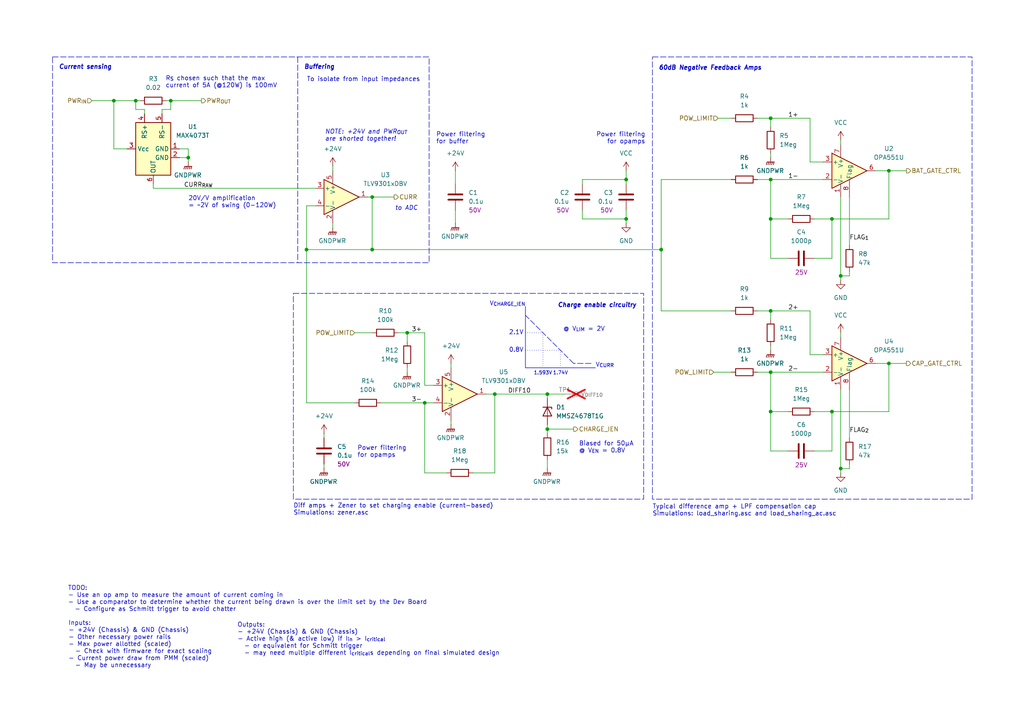
<source format=kicad_sch>
(kicad_sch (version 20250114) (generator "eeschema") (generator_version "9.0")
  (paper "A4")
  (title_block (title "Current Sensing") (date "2025-02-12") (rev "1") (company "UT Robomaster") (comment 1 "Robomaster"))
  (lib_symbols
    (symbol "Amplifier_Current:MAX4080T"
      (property "Reference" "U4" (at -6.4202 -11.43 90))
      (property "Value" "MAX4073T" (at -3.8802 -11.43 90))
      (symbol "MAX4080T_0_1"
        (rectangle (start -7.62 5.08) (end 7.62 -5.08) (stroke (width 0.254)) (fill (type background)))
      )
      (symbol "MAX4080T_1_1"
        (pin input line (at -10.16 2.54 0) (length 2.54) (name "RS+") (number "4"))
        (pin input line (at -10.16 -2.54 0) (length 2.54) (name "RS-") (number "5"))
        (pin power_in line (at 0 7.62 270) (length 2.54) (name "Vcc") (number "3"))
        (pin power_in line (at 0 -7.62 90) (length 2.54) (name "GND") (number "1"))
        (pin power_in line (at 2.54 -7.62 90) (length 2.54) (name "GND") (number "2"))
        (pin output line (at 10.16 0 180) (length 2.54) (name "OUT") (number "6"))
      )
    )
    (symbol "Amplifier_Operational:OPA551U" (pin_names (offset 0.127))
      (property "Reference" "U" (at 5.08 7.62 0))
      (property "Value" "OPA551U" (at 5.08 5.08 0))
      (symbol "OPA551U_1_1"
        (polyline (pts (xy -5.08 5.08) (xy 5.08 0) (xy -5.08 -5.08) (xy -5.08 5.08)) (stroke (width 0.254)) (fill (type background)))
        (pin input line (at -7.62 2.54 0) (length 2.54) (name "+") (number "3"))
        (pin input line (at -7.62 -2.54 0) (length 2.54) (name "-") (number "2"))
        (pin power_in line (at -2.54 7.62 270) (length 3.81) (name "V+") (number "7"))
        (pin power_in line (at -2.54 -7.62 90) (length 3.81) (name "V-") (number "1"))
        (pin passive line (at -2.54 -7.62 90) (length 3.81) (hide yes) (name "V-") (number "4"))
        (pin passive line (at -2.54 -7.62 90) (length 3.81) (hide yes) (name "V-") (number "5"))
        (pin output line (at 0 -7.62 90) (length 5.08) (name "Flag") (number "8"))
        (pin output line (at 7.62 0 180) (length 2.54) (name "~") (number "6"))
      )
    )
    (symbol "Amplifier_Operational:TLV9301xDBV" (pin_names (offset 0.127))
      (property "Reference" "U" (at -1.27 6.35 0))
      (property "Value" "TLV9301xDBV" (at -1.27 3.81 0))
      (symbol "TLV9301xDBV_0_1"
        (polyline (pts (xy -5.08 5.08) (xy 5.08 0) (xy -5.08 -5.08) (xy -5.08 5.08)) (stroke (width 0.254)) (fill (type background)))
        (pin power_in line (at -2.54 7.62 270) (length 3.81) (name "V+") (number "5"))
        (pin power_in line (at -2.54 -7.62 90) (length 3.81) (name "V-") (number "2"))
      )
      (symbol "TLV9301xDBV_1_1"
        (pin input line (at -7.62 2.54 0) (length 2.54) (name "+") (number "3"))
        (pin input line (at -7.62 -2.54 0) (length 2.54) (name "-") (number "4"))
        (pin output line (at 7.62 0 180) (length 2.54) (name "~") (number "1"))
      )
    )
    (symbol "Connector:TestPoint" (pin_numbers (hide yes)) (pin_names (offset 0.762) (hide yes))
      (property "Reference" "TP" (at 0 6.858 0))
      (property "Value" "TestPoint" (at 0 5.08 0))
      (symbol "TestPoint_0_1"
        (circle (center 0 3.302) (radius 0.762))
      )
      (symbol "TestPoint_1_1"
        (pin passive line (at 0 0 90) (length 2.54) (name "1") (number "1"))
      )
    )
    (symbol "Device:C" (pin_numbers (hide yes)) (pin_names (offset 0.254))
      (property "Reference" "C" (at 0.635 2.54 0))
      (property "Value" "C" (at 0.635 -2.54 0))
      (symbol "C_0_1"
        (polyline (pts (xy -2.032 0.762) (xy 2.032 0.762)) (stroke (width 0.508)))
        (polyline (pts (xy -2.032 -0.762) (xy 2.032 -0.762)) (stroke (width 0.508)))
      )
      (symbol "C_1_1"
        (pin passive line (at 0 3.81 270) (length 2.794) (name "~") (number "1"))
        (pin passive line (at 0 -3.81 90) (length 2.794) (name "~") (number "2"))
      )
    )
    (symbol "Device:D_Zener" (pin_numbers (hide yes)) (pin_names (offset 1.016) (hide yes))
      (property "Reference" "D" (at 0 2.54 0))
      (property "Value" "D_Zener" (at 0 -2.54 0))
      (symbol "D_Zener_0_1"
        (polyline (pts (xy -1.27 -1.27) (xy -1.27 1.27) (xy -0.762 1.27)) (stroke (width 0.254)))
        (polyline (pts (xy 1.27 0) (xy -1.27 0)))
        (polyline (pts (xy 1.27 -1.27) (xy 1.27 1.27) (xy -1.27 0) (xy 1.27 -1.27)) (stroke (width 0.254)))
      )
      (symbol "D_Zener_1_1"
        (pin passive line (at -3.81 0 0) (length 2.54) (name "K") (number "1"))
        (pin passive line (at 3.81 0 180) (length 2.54) (name "A") (number "2"))
      )
    )
    (symbol "Device:R" (pin_numbers (hide yes)) (pin_names (offset 0))
      (property "Reference" "R" (at 2.032 0 90))
      (property "Value" "R" (at 0 0 90))
      (symbol "R_0_1"
        (rectangle (start -1.016 -2.54) (end 1.016 2.54) (stroke (width 0.254)))
      )
      (symbol "R_1_1"
        (pin passive line (at 0 3.81 270) (length 1.27) (name "~") (number "1"))
        (pin passive line (at 0 -3.81 90) (length 1.27) (name "~") (number "2"))
      )
    )
    (symbol "Robomaster_IC:TS3902" (pin_names (offset 0.127))
      (property "Reference" "U" (at 3.81 3.81 0))
      (property "Value" "TS3702" (at 6.35 -3.81 0))
      (symbol "TS3902_1_1"
        (polyline (pts (xy -5.08 5.08) (xy 5.08 0) (xy -5.08 -5.08) (xy -5.08 5.08)) (stroke (width 0.254)) (fill (type background)))
        (polyline (pts (xy 3.302 -0.508) (xy 2.794 -0.508) (xy 3.302 0) (xy 2.794 0.508) (xy 2.286 0) (xy 2.794 -0.508) (xy 2.286 -0.508)) (stroke (width 0.127)))
        (pin input line (at -7.62 2.54 0) (length 2.54) (name "+") (number "3"))
        (pin input line (at -7.62 -2.54 0) (length 2.54) (name "-") (number "2"))
        (pin open_collector line (at 7.62 0 180) (length 2.54) (name "~") (number "1"))
      )
      (symbol "TS3902_2_1"
        (polyline (pts (xy -5.08 5.08) (xy 5.08 0) (xy -5.08 -5.08) (xy -5.08 5.08)) (stroke (width 0.254)) (fill (type background)))
        (polyline (pts (xy 3.302 -0.508) (xy 2.794 -0.508) (xy 3.302 0) (xy 2.794 0.508) (xy 2.286 0) (xy 2.794 -0.508) (xy 2.286 -0.508)) (stroke (width 0.127)))
        (pin input line (at -7.62 2.54 0) (length 2.54) (name "+") (number "5"))
        (pin input line (at -7.62 -2.54 0) (length 2.54) (name "-") (number "6"))
        (pin open_collector line (at 7.62 0 180) (length 2.54) (name "~") (number "7"))
      )
      (symbol "TS3902_3_1"
        (pin power_in line (at -2.54 7.62 270) (length 3.81) (name "V+") (number "8"))
        (pin power_in line (at -2.54 -7.62 90) (length 3.81) (name "V-") (number "4"))
      )
    )
    (symbol "power:+24V" (power) (pin_numbers (hide yes)) (pin_names (offset 0) (hide yes))
      (property "Value" "+24V" (at 0 3.556 0))
      (symbol "+24V_0_1"
        (polyline (pts (xy -0.762 1.27) (xy 0 2.54)))
        (polyline (pts (xy 0 2.54) (xy 0.762 1.27)))
        (polyline (pts (xy 0 0) (xy 0 2.54)))
      )
      (symbol "+24V_1_1"
        (pin power_in line (at 0 0 90) (length 0) (name "~") (number "1"))
      )
    )
    (symbol "power:GND" (power) (pin_numbers (hide yes)) (pin_names (offset 0) (hide yes))
      (property "Value" "GND" (at 0 -3.81 0))
      (symbol "GND_0_1"
        (polyline (pts (xy 0 0) (xy 0 -1.27) (xy 1.27 -1.27) (xy 0 -2.54) (xy -1.27 -1.27) (xy 0 -1.27)))
      )
      (symbol "GND_1_1"
        (pin power_in line (at 0 0 270) (length 0) (name "~") (number "1"))
      )
    )
    (symbol "power:GNDPWR" (power) (pin_numbers (hide yes)) (pin_names (offset 0) (hide yes))
      (property "Value" "GNDPWR" (at 0 -3.302 0))
      (symbol "GNDPWR_0_1"
        (polyline (pts (xy -1.016 -1.27) (xy -1.27 -2.032) (xy -1.27 -2.032)) (stroke (width 0.2032)))
        (polyline (pts (xy -0.508 -1.27) (xy -0.762 -2.032) (xy -0.762 -2.032)) (stroke (width 0.2032)))
        (polyline (pts (xy 0 -1.27) (xy 0 0)))
        (polyline (pts (xy 0 -1.27) (xy -0.254 -2.032) (xy -0.254 -2.032)) (stroke (width 0.2032)))
        (polyline (pts (xy 0.508 -1.27) (xy 0.254 -2.032) (xy 0.254 -2.032)) (stroke (width 0.2032)))
        (polyline (pts (xy 1.016 -1.27) (xy -1.016 -1.27) (xy -1.016 -1.27)) (stroke (width 0.2032)))
        (polyline (pts (xy 1.016 -1.27) (xy 0.762 -2.032) (xy 0.762 -2.032) (xy 0.762 -2.032)) (stroke (width 0.2032)))
      )
      (symbol "GNDPWR_1_1"
        (pin power_in line (at 0 0 270) (length 0) (name "~") (number "1"))
      )
    )
    (symbol "power:VCC" (power) (pin_numbers (hide yes)) (pin_names (offset 0) (hide yes))
      (property "Value" "VCC" (at 0 3.556 0))
      (symbol "VCC_0_1"
        (polyline (pts (xy -0.762 1.27) (xy 0 2.54)))
        (polyline (pts (xy 0 2.54) (xy 0.762 1.27)))
        (polyline (pts (xy 0 0) (xy 0 2.54)))
      )
      (symbol "VCC_1_1"
        (pin power_in line (at 0 0 90) (length 0) (name "~") (number "1"))
      )
    )
  )
  (rectangle (start 85.09 85.09) (end 186.69 144.78) (stroke (width 0) (type dash)))
  (rectangle (start 189.23 16.51) (end 281.94 144.78) (stroke (width 0) (type dash)))
  (rectangle (start 15.24 16.51) (end 124.46 76.2) (stroke (width 0) (type dash)))
  (text "Inputs:\n- +24V (Chassis) & GND (Chassis)\n- Other necessary power rails\n- Max power allotted (scaled)\n  - Check with firmware for exact scaling\n- Current power draw from PMM (scaled)\n  - May be unnecessary" (at 19.812 180.086 0) (effects (font (size 1.27 1.27)) (justify left top)))
  (text "Power filtering\nfor buffer" (at 126.492 40.132 0) (effects (font (size 1.27 1.27)) (justify left)))
  (text "Power filtering\nfor opamps" (at 187.198 40.132 0) (effects (font (size 1.27 1.27)) (justify right)))
  (text "1.593V" (at 157.48 107.696 0) (effects (font (size 1.016 1.016)) (justify top)))
  (text "Biased for 50µA\n@ V_{EN} = 0.8V" (at 167.894 129.794 0) (effects (font (size 1.27 1.27)) (justify left)))
  (text "60dB Negative Feedback Amps" (at 191.008 19.05 0) (effects (font (size 1.27 1.27) (thickness 0.254) (bold yes) (italic yes)) (justify left top)))
  (text "0.8V" (at 151.892 101.6 0) (effects (font (size 1.27 1.27)) (justify right)))
  (text "1.74V" (at 162.56 107.696 0) (effects (font (size 1.016 1.016)) (justify top)))
  (text "20V/V amplification\n= ~2V of swing (0-120W)" (at 54.61 56.896 0) (effects (font (size 1.27 1.27)) (justify left top)))
  (text "Typical difference amp + LPF compensation cap\nSimulations: load_sharing.asc and load_sharing_ac.asc" (at 189.23 146.304 0) (effects (font (size 1.27 1.27) (thickness 0.1588)) (justify left top)))
  (text "Diff amps + Zener to set charging enable (current-based)\nSimulations: zener.asc" (at 85.09 146.05 0) (effects (font (size 1.27 1.27) (thickness 0.1588)) (justify left top)))
  (text "Outputs:\n- +24V (Chassis) & GND (Chassis)\n- Active high (& active low) if I_{in} > I_{critical}\n  - or equivalent for Schmitt trigger\n  - may need multiple different I_{critical}s depending on final simulated design" (at 68.834 180.594 0) (effects (font (size 1.27 1.27)) (justify left top)))
  (text "V_{CHARGE_IEN}" (at 152.4 88.9 0) (effects (font (size 1.27 1.27)) (justify right bottom)))
  (text "V_{CURR}" (at 172.72 106.68 0) (effects (font (size 1.27 1.27)) (justify left bottom)))
  (text "R_{S} chosen such that the max\ncurrent of 5A (@120W) is 100mV" (at 48.006 23.876 0) (effects (font (size 1.27 1.27)) (justify left)))
  (text "TODO:\n- Use an op amp to measure the amount of current coming in\n- Use a comparator to determine whether the current being drawn is over the limit set by the Dev Board\n  - Configure as Schmitt trigger to avoid chatter" (at 19.685 169.926 0) (effects (font (size 1.27 1.27)) (justify left top)))
  (text "2.1V" (at 151.892 96.52 0) (effects (font (size 1.27 1.27)) (justify right)))
  (text "NOTE: +24V and PWR_{OUT}\nare shorted together!" (at 94.234 39.37 0) (effects (font (size 1.27 1.27) (italic yes)) (justify left)))
  (text "To isolate from input impedances" (at 105.41 22.352 0) (effects (font (size 1.27 1.27) (thickness 0.1588)) (justify top)))
  (text "Charge enable circuitry" (at 184.658 87.884 0) (effects (font (size 1.27 1.27) (thickness 0.254) (bold yes) (italic yes)) (justify right top)))
  (text "Power filtering\nfor opamps" (at 103.632 131.064 0) (effects (font (size 1.27 1.27)) (justify left)))
  (text "to ADC" (at 114.554 60.452 0) (effects (font (size 1.27 1.27) (italic yes)) (justify left)))
  (text "Buffering" (at 88.138 18.796 0) (effects (font (size 1.27 1.27) (thickness 0.254) (bold yes) (italic yes)) (justify left top)))
  (text "Current sensing" (at 17.018 18.796 0) (effects (font (size 1.27 1.27) (thickness 0.254) (bold yes) (italic yes)) (justify left top)))
  (text "@ V_{LIM} = 2V" (at 163.322 96.266 0) (effects (font (size 1.27 1.27)) (justify left bottom)))
  (junction (at 223.52 90.17))
  (junction (at 181.61 52.07))
  (junction (at 223.52 52.07))
  (junction (at 241.3 119.38))
  (junction (at 107.95 72.39))
  (junction (at 88.9 72.39))
  (junction (at 223.52 107.95))
  (junction (at 54.61 45.72))
  (junction (at 143.51 114.3))
  (junction (at 191.77 72.39))
  (junction (at 223.52 34.29))
  (junction (at 257.81 49.53))
  (junction (at 33.02 29.21))
  (junction (at 223.52 119.38))
  (junction (at 158.75 114.3))
  (junction (at 243.84 135.89))
  (junction (at 257.81 105.41))
  (junction (at 223.52 63.5))
  (junction (at 181.61 63.5))
  (junction (at 49.53 29.21))
  (junction (at 243.84 80.01))
  (junction (at 158.75 124.46))
  (junction (at 118.11 96.52))
  (junction (at 241.3 63.5))
  (junction (at 39.37 29.21))
  (junction (at 107.95 57.15))
  (junction (at 123.19 116.84))
  (wire (pts (xy 88.9 72.39) (xy 107.95 72.39)))
  (wire (pts (xy 107.95 72.39) (xy 191.77 72.39)))
  (wire (pts (xy 223.52 90.17) (xy 234.95 90.17)))
  (wire (pts (xy 46.99 33.02) (xy 46.99 31.75)))
  (wire (pts (xy 39.37 31.75) (xy 39.37 29.21)))
  (wire (pts (xy 96.52 64.77) (xy 96.52 66.04)))
  (wire (pts (xy 52.07 45.72) (xy 54.61 45.72)))
  (wire (pts (xy 44.45 53.34) (xy 44.45 54.61)))
  (wire (pts (xy 33.02 29.21) (xy 33.02 43.18)))
  (wire (pts (xy 234.95 34.29) (xy 234.95 46.99)))
  (polyline (pts (xy 166.37 105.41) (xy 152.4 91.44)) (stroke (width 0) (type dash)))
  (polyline (pts (xy 86.36 16.51) (xy 86.36 76.2)) (stroke (width 0) (type dash)))
  (wire (pts (xy 243.84 96.52) (xy 243.84 97.79)))
  (wire (pts (xy 49.53 29.21) (xy 49.53 31.75)))
  (wire (pts (xy 88.9 116.84) (xy 102.87 116.84)))
  (wire (pts (xy 181.61 52.07) (xy 181.61 53.34)))
  (wire (pts (xy 54.61 45.72) (xy 54.61 46.99)))
  (wire (pts (xy 257.81 119.38) (xy 257.81 105.41)))
  (wire (pts (xy 257.81 49.53) (xy 254 49.53)))
  (polyline (pts (xy 157.48 96.52) (xy 157.48 106.68)) (stroke (width 0) (type dot)))
  (wire (pts (xy 49.53 29.21) (xy 58.42 29.21)))
  (wire (pts (xy 219.71 107.95) (xy 223.52 107.95)))
  (wire (pts (xy 143.51 114.3) (xy 140.97 114.3)))
  (wire (pts (xy 123.19 96.52) (xy 123.19 111.76)))
  (wire (pts (xy 158.75 123.19) (xy 158.75 124.46)))
  (wire (pts (xy 123.19 116.84) (xy 125.73 116.84)))
  (wire (pts (xy 241.3 119.38) (xy 257.81 119.38)))
  (wire (pts (xy 223.52 74.93) (xy 223.52 63.5)))
  (wire (pts (xy 257.81 49.53) (xy 262.89 49.53)))
  (wire (pts (xy 181.61 52.07) (xy 168.91 52.07)))
  (wire (pts (xy 36.83 43.18) (xy 33.02 43.18)))
  (wire (pts (xy 246.38 57.15) (xy 246.38 71.12)))
  (wire (pts (xy 41.91 31.75) (xy 39.37 31.75)))
  (wire (pts (xy 228.6 130.81) (xy 223.52 130.81)))
  (wire (pts (xy 44.45 54.61) (xy 91.44 54.61)))
  (wire (pts (xy 102.87 96.52) (xy 107.95 96.52)))
  (wire (pts (xy 241.3 74.93) (xy 241.3 63.5)))
  (wire (pts (xy 234.95 90.17) (xy 234.95 102.87)))
  (wire (pts (xy 234.95 46.99) (xy 238.76 46.99)))
  (wire (pts (xy 241.3 130.81) (xy 241.3 119.38)))
  (wire (pts (xy 143.51 137.16) (xy 143.51 114.3)))
  (wire (pts (xy 168.91 52.07) (xy 168.91 53.34)))
  (wire (pts (xy 158.75 114.3) (xy 163.83 114.3)))
  (wire (pts (xy 132.08 60.96) (xy 132.08 64.77)))
  (wire (pts (xy 223.52 107.95) (xy 238.76 107.95)))
  (polyline (pts (xy 152.4 88.9) (xy 152.4 106.68)))
  (wire (pts (xy 223.52 119.38) (xy 223.52 107.95)))
  (wire (pts (xy 118.11 106.68) (xy 118.11 107.95)))
  (wire (pts (xy 246.38 135.89) (xy 243.84 135.89)))
  (wire (pts (xy 223.52 44.45) (xy 223.52 45.72)))
  (wire (pts (xy 181.61 60.96) (xy 181.61 63.5)))
  (wire (pts (xy 246.38 134.62) (xy 246.38 135.89)))
  (wire (pts (xy 243.84 40.64) (xy 243.84 41.91)))
  (wire (pts (xy 241.3 63.5) (xy 257.81 63.5)))
  (polyline (pts (xy 152.4 101.6) (xy 162.56 101.6)) (stroke (width 0) (type dot)))
  (wire (pts (xy 123.19 137.16) (xy 129.54 137.16)))
  (wire (pts (xy 107.95 57.15) (xy 106.68 57.15)))
  (wire (pts (xy 137.16 137.16) (xy 143.51 137.16)))
  (wire (pts (xy 223.52 34.29) (xy 223.52 36.83)))
  (wire (pts (xy 243.84 135.89) (xy 243.84 137.16)))
  (wire (pts (xy 26.67 29.21) (xy 33.02 29.21)))
  (wire (pts (xy 107.95 57.15) (xy 114.3 57.15)))
  (wire (pts (xy 223.52 119.38) (xy 228.6 119.38)))
  (wire (pts (xy 246.38 113.03) (xy 246.38 127)))
  (wire (pts (xy 208.28 34.29) (xy 212.09 34.29)))
  (wire (pts (xy 234.95 102.87) (xy 238.76 102.87)))
  (wire (pts (xy 107.95 72.39) (xy 107.95 57.15)))
  (polyline (pts (xy 152.4 106.68) (xy 172.72 106.68)))
  (wire (pts (xy 241.3 63.5) (xy 236.22 63.5)))
  (wire (pts (xy 33.02 29.21) (xy 39.37 29.21)))
  (wire (pts (xy 41.91 33.02) (xy 41.91 31.75)))
  (wire (pts (xy 143.51 114.3) (xy 158.75 114.3)))
  (wire (pts (xy 118.11 96.52) (xy 123.19 96.52)))
  (wire (pts (xy 191.77 90.17) (xy 212.09 90.17)))
  (wire (pts (xy 181.61 63.5) (xy 181.61 64.77)))
  (wire (pts (xy 168.91 63.5) (xy 181.61 63.5)))
  (wire (pts (xy 236.22 130.81) (xy 241.3 130.81)))
  (wire (pts (xy 48.26 29.21) (xy 49.53 29.21)))
  (wire (pts (xy 243.84 80.01) (xy 243.84 57.15)))
  (wire (pts (xy 158.75 114.3) (xy 158.75 115.57)))
  (wire (pts (xy 223.52 34.29) (xy 234.95 34.29)))
  (wire (pts (xy 219.71 34.29) (xy 223.52 34.29)))
  (wire (pts (xy 88.9 116.84) (xy 88.9 72.39)))
  (wire (pts (xy 223.52 130.81) (xy 223.52 119.38)))
  (wire (pts (xy 257.81 105.41) (xy 254 105.41)))
  (polyline (pts (xy 162.56 101.6) (xy 162.56 106.68)) (stroke (width 0) (type dot)))
  (wire (pts (xy 115.57 96.52) (xy 118.11 96.52)))
  (wire (pts (xy 39.37 29.21) (xy 40.64 29.21)))
  (wire (pts (xy 88.9 59.69) (xy 88.9 72.39)))
  (wire (pts (xy 257.81 63.5) (xy 257.81 49.53)))
  (wire (pts (xy 130.81 105.41) (xy 130.81 106.68)))
  (wire (pts (xy 228.6 74.93) (xy 223.52 74.93)))
  (wire (pts (xy 130.81 121.92) (xy 130.81 123.19)))
  (wire (pts (xy 52.07 43.18) (xy 54.61 43.18)))
  (wire (pts (xy 132.08 49.53) (xy 132.08 53.34)))
  (wire (pts (xy 223.52 100.33) (xy 223.52 101.6)))
  (wire (pts (xy 219.71 52.07) (xy 223.52 52.07)))
  (wire (pts (xy 223.52 90.17) (xy 223.52 92.71)))
  (wire (pts (xy 158.75 133.35) (xy 158.75 135.89)))
  (wire (pts (xy 243.84 135.89) (xy 243.84 113.03)))
  (wire (pts (xy 191.77 72.39) (xy 191.77 90.17)))
  (wire (pts (xy 219.71 90.17) (xy 223.52 90.17)))
  (wire (pts (xy 241.3 119.38) (xy 236.22 119.38)))
  (wire (pts (xy 93.98 125.73) (xy 93.98 127)))
  (wire (pts (xy 158.75 124.46) (xy 166.37 124.46)))
  (wire (pts (xy 223.52 52.07) (xy 238.76 52.07)))
  (wire (pts (xy 243.84 80.01) (xy 243.84 81.28)))
  (wire (pts (xy 212.09 52.07) (xy 191.77 52.07)))
  (wire (pts (xy 123.19 111.76) (xy 125.73 111.76)))
  (wire (pts (xy 246.38 80.01) (xy 243.84 80.01)))
  (wire (pts (xy 236.22 74.93) (xy 241.3 74.93)))
  (wire (pts (xy 54.61 43.18) (xy 54.61 45.72)))
  (wire (pts (xy 246.38 78.74) (xy 246.38 80.01)))
  (wire (pts (xy 191.77 52.07) (xy 191.77 72.39)))
  (wire (pts (xy 168.91 60.96) (xy 168.91 63.5)))
  (wire (pts (xy 257.81 105.41) (xy 262.89 105.41)))
  (wire (pts (xy 207.01 107.95) (xy 212.09 107.95)))
  (wire (pts (xy 93.98 134.62) (xy 93.98 135.89)))
  (wire (pts (xy 96.52 48.26) (xy 96.52 49.53)))
  (polyline (pts (xy 171.45 105.41) (xy 166.37 105.41)) (stroke (width 0) (type dash)))
  (wire (pts (xy 181.61 49.53) (xy 181.61 52.07)))
  (wire (pts (xy 46.99 31.75) (xy 49.53 31.75)))
  (wire (pts (xy 158.75 124.46) (xy 158.75 125.73)))
  (wire (pts (xy 110.49 116.84) (xy 123.19 116.84)))
  (wire (pts (xy 223.52 63.5) (xy 228.6 63.5)))
  (polyline (pts (xy 152.4 96.52) (xy 157.48 96.52)) (stroke (width 0) (type dot)))
  (wire (pts (xy 223.52 63.5) (xy 223.52 52.07)))
  (wire (pts (xy 91.44 59.69) (xy 88.9 59.69)))
  (wire (pts (xy 118.11 96.52) (xy 118.11 99.06)))
  (wire (pts (xy 123.19 116.84) (xy 123.19 137.16)))
  (label "FLAG_{1}" (at 246.38 69.85 0))
  (label "3+" (at 119.38 96.52 0))
  (label "2-" (at 228.6 107.95 0))
  (label "3-" (at 119.38 116.84 0))
  (label "DIFF10" (at 147.32 114.3 0))
  (label "CURR_{RAW}" (at 53.34 54.61 0))
  (label "1+" (at 228.6 34.29 0))
  (label "1-" (at 228.6 52.07 0))
  (label "FLAG_{2}" (at 246.38 125.73 0))
  (label "2+" (at 228.6 90.17 0))
  (hierarchical_label "POW_LIMIT" (shape input) (at 207.01 107.95 180) (effects (font (thickness 0.1588))))
  (hierarchical_label "POW_LIMIT" (shape input) (at 208.28 34.29 180) (effects (font (thickness 0.1588))))
  (hierarchical_label "CURR" (shape output) (at 114.3 57.15 0))
  (hierarchical_label "PWR_{OUT}" (shape output) (at 58.42 29.21 0))
  (hierarchical_label "BAT_GATE_CTRL" (shape output) (at 262.89 49.53 0))
  (hierarchical_label "PWR_{IN}" (shape input) (at 26.67 29.21 180))
  (hierarchical_label "CHARGE_IEN" (shape output) (at 166.37 124.46 0))
  (hierarchical_label "POW_LIMIT" (shape input) (at 102.87 96.52 180) (effects (font (thickness 0.1588))))
  (hierarchical_label "CAP_GATE_CTRL" (shape output) (at 262.89 105.41 0))
  (symbol (lib_id "power:+24V") (at 96.52 48.26 0) (unit 1)
    (property "Reference" "#PWR040" (effects (hide yes)))
    (property "Value" "+24V" (at 96.52 43.18 0))
    (property "Description" "Power symbol creates a global label with name \"+24V\"" (effects (hide yes)))
  )
  (symbol (lib_id "Device:R") (at 44.45 29.21 90) (unit 1)
    (property "Reference" "R3" (at 44.45 22.86 90))
    (property "Value" "0.02" (at 44.45 25.4 90))
    (property "Footprint" "Resistor_SMD:R_0805_2012Metric_Pad1.20x1.40mm_HandSolder" (effects (hide yes)))
    (property "Description" "Resistor" (effects (hide yes)))
    (property "Mouser Part Number" "504-MFSA0805R0200FIM" (effects (hide yes)))
  )
  (symbol (lib_id "Device:R") (at 223.52 40.64 180) (unit 1)
    (property "Reference" "R5" (at 226.06 39.3699 0) (effects (justify right)))
    (property "Value" "1Meg" (at 226.06 41.9099 0) (effects (justify right)))
    (property "Footprint" "Resistor_SMD:R_0603_1608Metric_Pad0.98x0.95mm_HandSolder" (effects (hide yes)))
    (property "Datasheet" "https://www.mouser.com/datasheet/2/447/PYu_RC_Group_51_RoHS_L_11-1984063.pdf" (effects (hide yes)))
    (property "Description" "Resistor" (effects (hide yes)))
    (property "Mouser Part Number" "603-RC0603FR-071MP" (effects (hide yes)))
  )
  (symbol (lib_id "Device:R") (at 158.75 129.54 180) (unit 1)
    (property "Reference" "R16" (at 161.29 128.2699 0) (effects (justify right)))
    (property "Value" "15k" (at 161.29 130.8099 0) (effects (justify right)))
    (property "Footprint" "Resistor_SMD:R_0603_1608Metric_Pad0.98x0.95mm_HandSolder" (effects (hide yes)))
    (property "Description" "Resistor" (effects (hide yes)))
    (property "Mouser Part Number" "603-RT0603FRE1315KL" (effects (hide yes)))
  )
  (symbol (lib_id "Device:R") (at 118.11 102.87 0) (mirror x) (unit 1)
    (property "Reference" "R12" (at 115.57 101.5999 0) (effects (justify right)))
    (property "Value" "1Meg" (at 115.57 104.1399 0) (effects (justify right)))
    (property "Footprint" "Resistor_SMD:R_0603_1608Metric_Pad0.98x0.95mm_HandSolder" (effects (hide yes)))
    (property "Datasheet" "https://www.mouser.com/datasheet/2/447/PYu_RC_Group_51_RoHS_L_11-1984063.pdf" (effects (hide yes)))
    (property "Description" "Resistor" (effects (hide yes)))
    (property "Mouser Part Number" "603-RC0603FR-071MP" (effects (hide yes)))
  )
  (symbol (lib_id "power:GNDPWR") (at 158.75 135.89 0) (unit 1)
    (property "Reference" "#PWR054" (effects (hide yes)))
    (property "Value" "GNDPWR" (at 158.623 139.7 0))
    (property "Description" "Power symbol creates a global label with name \"GNDPWR\" , global ground" (effects (hide yes)))
  )
  (symbol (lib_id "Device:R") (at 111.76 96.52 90) (unit 1)
    (property "Reference" "R10" (at 111.76 90.17 90))
    (property "Value" "100k" (at 111.76 92.71 90))
    (property "Footprint" "Resistor_SMD:R_0603_1608Metric_Pad0.98x0.95mm_HandSolder" (effects (hide yes)))
    (property "Description" "Resistor" (effects (hide yes)))
    (property "Mouser Part Number" "660-RN73H1JTD1003D25" (effects (hide yes)))
  )
  (symbol (lib_id "Device:R") (at 215.9 52.07 90) (unit 1)
    (property "Reference" "R6" (at 215.9 45.72 90))
    (property "Value" "1k" (at 215.9 48.26 90))
    (property "Footprint" "Resistor_SMD:R_0603_1608Metric_Pad0.98x0.95mm_HandSolder" (effects (hide yes)))
    (property "Datasheet" "https://www.rohm.com/datasheet?p=ESR03EZPJ&dist=Mouser&media=referral&source=mouser.com&campaign=Mouser" (effects (hide yes)))
    (property "Description" "Resistor" (effects (hide yes)))
    (property "Mouser Part Number" "660-RN73R1JTD1001F50" (effects (hide yes)))
  )
  (symbol (lib_id "Connector:TestPoint") (at 163.83 114.3 270) (mirror x) (unit 1) (dnp yes)
    (property "Reference" "TP1" (at 163.83 113.03 90))
    (property "Value" "V_{DIFF10}" (at 168.402 114.3 90) (effects (justify left)))
    (property "Footprint" "TestPoint:TestPoint_Bridge_Pitch2.0mm_Drill0.7mm" (effects (hide yes)))
    (property "Description" "test point" (effects (hide yes)))
  )
  (symbol (lib_id "power:GNDPWR") (at 132.08 64.77 0) (unit 1)
    (property "Reference" "#PWR043" (effects (hide yes)))
    (property "Value" "GNDPWR" (at 131.953 68.58 0))
    (property "Description" "Power symbol creates a global label with name \"GNDPWR\" , global ground" (effects (hide yes)))
  )
  (symbol (lib_id "power:GNDPWR") (at 118.11 107.95 0) (unit 1)
    (property "Reference" "#PWR050" (effects (hide yes)))
    (property "Value" "GNDPWR" (at 117.983 111.76 0))
    (property "Description" "Power symbol creates a global label with name \"GNDPWR\" , global ground" (effects (hide yes)))
  )
  (symbol (lib_id "power:GNDPWR") (at 223.52 101.6 0) (unit 1)
    (property "Reference" "#PWR048" (effects (hide yes)))
    (property "Value" "GNDPWR" (at 223.393 105.41 0))
    (property "Description" "Power symbol creates a global label with name \"GNDPWR\" , global ground" (effects (hide yes)))
  )
  (symbol (lib_id "power:GNDPWR") (at 54.61 46.99 0) (unit 1)
    (property "Reference" "#PWR039" (effects (hide yes)))
    (property "Value" "GNDPWR" (at 54.483 50.8 0))
    (property "Description" "Power symbol creates a global label with name \"GNDPWR\" , global ground" (effects (hide yes)))
  )
  (symbol (lib_id "power:GND") (at 181.61 64.77 0) (mirror y) (unit 1)
    (property "Reference" "#PWR044" (effects (hide yes)))
    (property "Value" "GND" (at 181.61 69.85 0))
    (property "Description" "Power symbol creates a global label with name \"GND\" , ground" (effects (hide yes)))
  )
  (symbol (lib_id "power:GNDPWR") (at 223.52 45.72 0) (unit 1)
    (property "Reference" "#PWR038" (effects (hide yes)))
    (property "Value" "GNDPWR" (at 223.393 49.53 0))
    (property "Description" "Power symbol creates a global label with name \"GNDPWR\" , global ground" (effects (hide yes)))
  )
  (symbol (lib_id "Device:R") (at 246.38 130.81 0) (unit 1)
    (property "Reference" "R17" (at 248.92 129.5399 0) (effects (justify left)))
    (property "Value" "47k" (at 248.92 132.0799 0) (effects (justify left)))
    (property "Footprint" "Resistor_SMD:R_0603_1608Metric_Pad0.98x0.95mm_HandSolder" (effects (hide yes)))
    (property "Description" "Resistor" (effects (hide yes)))
    (property "Mouser Part Number" "603-RC0603FR-1047KL" (effects (hide yes)))
  )
  (symbol (lib_id "Amplifier_Current:MAX4080T") (at 44.45 43.18 90) (mirror x) (unit 1)
    (property "Reference" "U1" (at 55.88 36.7598 90))
    (property "Value" "MAX4073T" (at 55.88 39.2998 90))
    (property "Footprint" "Package_TO_SOT_SMD:SOT-23-6_Handsoldering" (effects (hide yes)))
    (property "Datasheet" "https://www.mouser.com/datasheet/2/609/MAX4073_MAX4073T-3469934.pdf" (effects (hide yes)))
    (property "Description" "Low-Cost, SC70, Voltage-Output, High-Side Current-Sense Amplifier" (effects (hide yes)))
    (property "Mouser Part Number" "700-MAX4073TAUT+T" (effects (hide yes)))
  )
  (symbol (lib_id "Device:C") (at 168.91 57.15 0) (mirror y) (unit 1)
    (property "Reference" "C2" (at 165.1 55.8799 0) (effects (justify left)))
    (property "Value" "0.1u" (at 165.1 58.4199 0) (effects (justify left)))
    (property "Footprint" "Capacitor_SMD:C_0603_1608Metric_Pad1.08x0.95mm_HandSolder" (effects (hide yes)))
    (property "Datasheet" "https://www.mouser.com/datasheet/2/40/KGM_X7R-3223212.pdf" (effects (hide yes)))
    (property "Description" "Unpolarized capacitor" (effects (hide yes)))
    (property "Mouser Part Number" "581-KGM15BR71H104JT" (effects (hide yes)))
    (property "Voltage Rating" "50V" (at 165.1 60.96 0) (effects (justify left)))
  )
  (symbol (lib_id "power:VCC") (at 181.61 49.53 0) (mirror y) (unit 1)
    (property "Reference" "#PWR042" (effects (hide yes)))
    (property "Value" "VCC" (at 181.61 44.45 0))
    (property "Description" "Power symbol creates a global label with name \"VCC\"" (effects (hide yes)))
  )
  (symbol (lib_id "power:+24V") (at 132.08 49.53 0) (unit 1)
    (property "Reference" "#PWR041" (effects (hide yes)))
    (property "Value" "+24V" (at 132.08 44.45 0))
    (property "Description" "Power symbol creates a global label with name \"+24V\"" (effects (hide yes)))
  )
  (symbol (lib_id "Amplifier_Operational:OPA551U") (at 246.38 49.53 0) (unit 1)
    (property "Reference" "U2" (at 257.81 43.1098 0))
    (property "Value" "OPA551U" (at 257.81 45.6498 0))
    (property "Footprint" "Package_SO:SOIC-8_3.9x4.9mm_P1.27mm" (effects (hide yes)))
    (property "Datasheet" "http://www.ti.com/lit/ds/symlink/opa551.pdf" (effects (hide yes)))
    (property "Description" "High-Voltage High-Current Operational Amplifier, bandwidth 3MHz, slew-rate 15V/us, SOIC-8" (effects (hide yes)))
    (property "Mouser Part Number" "595-OPA551UA" (effects (hide yes)))
  )
  (symbol (lib_id "Device:R") (at 215.9 107.95 90) (unit 1)
    (property "Reference" "R13" (at 215.9 101.6 90))
    (property "Value" "1k" (at 215.9 104.14 90))
    (property "Footprint" "Resistor_SMD:R_0603_1608Metric_Pad0.98x0.95mm_HandSolder" (effects (hide yes)))
    (property "Datasheet" "https://www.rohm.com/datasheet?p=ESR03EZPJ&dist=Mouser&media=referral&source=mouser.com&campaign=Mouser" (effects (hide yes)))
    (property "Description" "Resistor" (effects (hide yes)))
    (property "Mouser Part Number" "660-RN73R1JTD1001F50" (effects (hide yes)))
  )
  (symbol (lib_id "Amplifier_Operational:TLV9301xDBV") (at 133.35 114.3 0) (unit 1)
    (property "Reference" "U5" (at 146.05 107.8798 0))
    (property "Value" "TLV9301xDBV" (at 146.05 110.4198 0))
    (property "Footprint" "Package_TO_SOT_SMD:SOT-23-5_HandSoldering" (effects (hide yes)))
    (property "Datasheet" "https://www.ti.com/lit/ds/symlink/tlv9301.pdf" (effects (hide yes)))
    (property "Description" "40-V, 1-MHz, RRO Operational Amplifiers for Cost-Sensitive Systems, SOT-23-5" (effects (hide yes)))
    (property "Mouser Part Number" "595-TLV9301IDBVR" (effects (hide yes)))
  )
  (symbol (lib_id "Device:R") (at 246.38 74.93 0) (unit 1)
    (property "Reference" "R8" (at 248.92 73.6599 0) (effects (justify left)))
    (property "Value" "47k" (at 248.92 76.1999 0) (effects (justify left)))
    (property "Footprint" "Resistor_SMD:R_0603_1608Metric_Pad0.98x0.95mm_HandSolder" (effects (hide yes)))
    (property "Description" "Resistor" (effects (hide yes)))
    (property "Mouser Part Number" "603-RC0603FR-1047KL" (effects (hide yes)))
  )
  (symbol (lib_id "Amplifier_Operational:OPA551U") (at 246.38 105.41 0) (unit 1)
    (property "Reference" "U4" (at 257.81 98.9898 0))
    (property "Value" "OPA551U" (at 257.81 101.5298 0))
    (property "Footprint" "Package_SO:SOIC-8_3.9x4.9mm_P1.27mm" (effects (hide yes)))
    (property "Datasheet" "http://www.ti.com/lit/ds/symlink/opa551.pdf" (effects (hide yes)))
    (property "Description" "High-Voltage High-Current Operational Amplifier, bandwidth 3MHz, slew-rate 15V/us, SOIC-8" (effects (hide yes)))
    (property "Mouser Part Number" "595-OPA551UA" (effects (hide yes)))
  )
  (symbol (lib_id "Device:R") (at 232.41 63.5 90) (unit 1)
    (property "Reference" "R7" (at 232.41 57.15 90))
    (property "Value" "1Meg" (at 232.41 59.69 90))
    (property "Footprint" "Resistor_SMD:R_0603_1608Metric_Pad0.98x0.95mm_HandSolder" (effects (hide yes)))
    (property "Datasheet" "https://www.mouser.com/datasheet/2/447/PYu_RC_Group_51_RoHS_L_11-1984063.pdf" (effects (hide yes)))
    (property "Description" "Resistor" (effects (hide yes)))
    (property "Mouser Part Number" "603-RC0603FR-071MP" (effects (hide yes)))
  )
  (symbol (lib_id "power:+24V") (at 130.81 105.41 0) (unit 1)
    (property "Reference" "#PWR049" (effects (hide yes)))
    (property "Value" "+24V" (at 130.81 100.33 0))
    (property "Description" "Power symbol creates a global label with name \"+24V\"" (effects (hide yes)))
  )
  (symbol (lib_id "Device:R") (at 133.35 137.16 90) (unit 1)
    (property "Reference" "R18" (at 133.35 130.81 90))
    (property "Value" "1Meg" (at 133.35 133.35 90))
    (property "Footprint" "Resistor_SMD:R_0603_1608Metric_Pad0.98x0.95mm_HandSolder" (effects (hide yes)))
    (property "Datasheet" "https://www.mouser.com/datasheet/2/447/PYu_RC_Group_51_RoHS_L_11-1984063.pdf" (effects (hide yes)))
    (property "Description" "Resistor" (effects (hide yes)))
    (property "Mouser Part Number" "603-RC0603FR-071MP" (effects (hide yes)))
  )
  (symbol (lib_id "Device:D_Zener") (at 158.75 119.38 270) (unit 1)
    (property "Reference" "D1" (at 161.29 118.1099 90) (effects (justify left)))
    (property "Value" "MMSZ4678T1G" (at 161.29 120.6499 90) (effects (justify left)))
    (property "Footprint" "Diode_SMD:D_SOD-123" (effects (hide yes)))
    (property "Datasheet" "https://www.mouser.com/datasheet/2/308/1/MMSZ4678T1_D-2316153.pdf" (effects (hide yes)))
    (property "Description" "Zener diode" (effects (hide yes)))
    (property "Mouser Part Number" "863-MMSZ4678T1G" (effects (hide yes)))
  )
  (symbol (lib_id "Device:C") (at 232.41 130.81 90) (unit 1)
    (property "Reference" "C6" (at 232.41 123.19 90))
    (property "Value" "1000p" (at 232.41 125.73 90))
    (property "Footprint" "Capacitor_SMD:C_0603_1608Metric_Pad1.08x0.95mm_HandSolder" (effects (hide yes)))
    (property "Datasheet" "https://www.mouser.com/datasheet/2/210/WTC_MLCC_General_Purpose-1534899.pdf" (effects (hide yes)))
    (property "Description" "Unpolarized capacitor" (effects (hide yes)))
    (property "Mouser Part Number" "80-C0603C102J3G" (effects (hide yes)))
    (property "Voltage Rating" "25V" (at 232.41 134.874 90))
  )
  (symbol (lib_id "power:GND") (at 243.84 137.16 0) (unit 1)
    (property "Reference" "#PWR055" (effects (hide yes)))
    (property "Value" "GND" (at 243.84 142.24 0))
    (property "Description" "Power symbol creates a global label with name \"GND\" , ground" (effects (hide yes)))
  )
  (symbol (lib_id "Device:C") (at 93.98 130.81 0) (unit 1)
    (property "Reference" "C5" (at 97.79 129.5399 0) (effects (justify left)))
    (property "Value" "0.1u" (at 97.79 132.0799 0) (effects (justify left)))
    (property "Footprint" "Capacitor_SMD:C_0603_1608Metric_Pad1.08x0.95mm_HandSolder" (effects (hide yes)))
    (property "Datasheet" "https://www.mouser.com/datasheet/2/40/KGM_X7R-3223212.pdf" (effects (hide yes)))
    (property "Description" "Unpolarized capacitor" (effects (hide yes)))
    (property "Mouser Part Number" "581-KGM15BR71H104JT" (effects (hide yes)))
    (property "Voltage Rating" "50V" (at 97.79 134.62 0) (effects (justify left)))
  )
  (symbol (lib_id "Device:R") (at 215.9 90.17 90) (unit 1)
    (property "Reference" "R9" (at 215.9 83.82 90))
    (property "Value" "1k" (at 215.9 86.36 90))
    (property "Footprint" "Resistor_SMD:R_0603_1608Metric_Pad0.98x0.95mm_HandSolder" (effects (hide yes)))
    (property "Datasheet" "https://www.rohm.com/datasheet?p=ESR03EZPJ&dist=Mouser&media=referral&source=mouser.com&campaign=Mouser" (effects (hide yes)))
    (property "Description" "Resistor" (effects (hide yes)))
    (property "Mouser Part Number" "660-RN73R1JTD1001F50" (effects (hide yes)))
  )
  (symbol (lib_id "Device:R") (at 232.41 119.38 90) (unit 1)
    (property "Reference" "R15" (at 232.41 113.03 90))
    (property "Value" "1Meg" (at 232.41 115.57 90))
    (property "Footprint" "Resistor_SMD:R_0603_1608Metric_Pad0.98x0.95mm_HandSolder" (effects (hide yes)))
    (property "Datasheet" "https://www.mouser.com/datasheet/2/447/PYu_RC_Group_51_RoHS_L_11-1984063.pdf" (effects (hide yes)))
    (property "Description" "Resistor" (effects (hide yes)))
    (property "Mouser Part Number" "603-RC0603FR-071MP" (effects (hide yes)))
  )
  (symbol (lib_id "power:GND") (at 243.84 81.28 0) (unit 1)
    (property "Reference" "#PWR046" (effects (hide yes)))
    (property "Value" "GND" (at 243.84 86.36 0))
    (property "Description" "Power symbol creates a global label with name \"GND\" , ground" (effects (hide yes)))
  )
  (symbol (lib_id "Device:C") (at 181.61 57.15 0) (mirror y) (unit 1)
    (property "Reference" "C3" (at 177.8 55.8799 0) (effects (justify left)))
    (property "Value" "0.1u" (at 177.8 58.4199 0) (effects (justify left)))
    (property "Footprint" "Capacitor_SMD:C_0603_1608Metric_Pad1.08x0.95mm_HandSolder" (effects (hide yes)))
    (property "Datasheet" "https://www.mouser.com/datasheet/2/40/KGM_X7R-3223212.pdf" (effects (hide yes)))
    (property "Description" "Unpolarized capacitor" (effects (hide yes)))
    (property "Mouser Part Number" "581-KGM15BR71H104JT" (effects (hide yes)))
    (property "Voltage Rating" "50V" (at 177.8 60.96 0) (effects (justify left)))
  )
  (symbol (lib_id "power:VCC") (at 243.84 40.64 0) (unit 1)
    (property "Reference" "#PWR037" (effects (hide yes)))
    (property "Value" "VCC" (at 243.84 35.56 0))
    (property "Description" "Power symbol creates a global label with name \"VCC\"" (effects (hide yes)))
  )
  (symbol (lib_id "power:GNDPWR") (at 130.81 123.19 0) (unit 1)
    (property "Reference" "#PWR051" (effects (hide yes)))
    (property "Value" "GNDPWR" (at 130.683 127 0))
    (property "Description" "Power symbol creates a global label with name \"GNDPWR\" , global ground" (effects (hide yes)))
  )
  (symbol (lib_id "power:VCC") (at 243.84 96.52 0) (unit 1)
    (property "Reference" "#PWR047" (effects (hide yes)))
    (property "Value" "VCC" (at 243.84 91.44 0))
    (property "Description" "Power symbol creates a global label with name \"VCC\"" (effects (hide yes)))
  )
  (symbol (lib_id "Device:R") (at 215.9 34.29 90) (unit 1)
    (property "Reference" "R4" (at 215.9 27.94 90))
    (property "Value" "1k" (at 215.9 30.48 90))
    (property "Footprint" "Resistor_SMD:R_0603_1608Metric_Pad0.98x0.95mm_HandSolder" (effects (hide yes)))
    (property "Datasheet" "https://www.rohm.com/datasheet?p=ESR03EZPJ&dist=Mouser&media=referral&source=mouser.com&campaign=Mouser" (effects (hide yes)))
    (property "Description" "Resistor" (effects (hide yes)))
    (property "Mouser Part Number" "660-RN73R1JTD1001F50" (effects (hide yes)))
  )
  (symbol (lib_id "power:GNDPWR") (at 93.98 135.89 0) (unit 1)
    (property "Reference" "#PWR053" (effects (hide yes)))
    (property "Value" "GNDPWR" (at 93.853 139.7 0))
    (property "Description" "Power symbol creates a global label with name \"GNDPWR\" , global ground" (effects (hide yes)))
  )
  (symbol (lib_id "Device:C") (at 132.08 57.15 0) (unit 1)
    (property "Reference" "C1" (at 135.89 55.8799 0) (effects (justify left)))
    (property "Value" "0.1u" (at 135.89 58.4199 0) (effects (justify left)))
    (property "Footprint" "Capacitor_SMD:C_0603_1608Metric_Pad1.08x0.95mm_HandSolder" (effects (hide yes)))
    (property "Datasheet" "https://www.mouser.com/datasheet/2/40/KGM_X7R-3223212.pdf" (effects (hide yes)))
    (property "Description" "Unpolarized capacitor" (effects (hide yes)))
    (property "Mouser Part Number" "581-KGM15BR71H104JT" (effects (hide yes)))
    (property "Voltage Rating" "50V" (at 135.89 60.96 0) (effects (justify left)))
  )
  (symbol (lib_id "Device:R") (at 106.68 116.84 90) (unit 1)
    (property "Reference" "R14" (at 106.68 110.49 90))
    (property "Value" "100k" (at 106.68 113.03 90))
    (property "Footprint" "Resistor_SMD:R_0603_1608Metric_Pad0.98x0.95mm_HandSolder" (effects (hide yes)))
    (property "Description" "Resistor" (effects (hide yes)))
    (property "Mouser Part Number" "660-RN73H1JTD1003D25" (effects (hide yes)))
  )
  (symbol (lib_id "Device:R") (at 223.52 96.52 180) (unit 1)
    (property "Reference" "R11" (at 226.06 95.2499 0) (effects (justify right)))
    (property "Value" "1Meg" (at 226.06 97.7899 0) (effects (justify right)))
    (property "Footprint" "Resistor_SMD:R_0603_1608Metric_Pad0.98x0.95mm_HandSolder" (effects (hide yes)))
    (property "Datasheet" "https://www.mouser.com/datasheet/2/447/PYu_RC_Group_51_RoHS_L_11-1984063.pdf" (effects (hide yes)))
    (property "Description" "Resistor" (effects (hide yes)))
    (property "Mouser Part Number" "603-RC0603FR-071MP" (effects (hide yes)))
  )
  (symbol (lib_id "Amplifier_Operational:TLV9301xDBV") (at 99.06 57.15 0) (unit 1)
    (property "Reference" "U3" (at 111.76 50.7298 0))
    (property "Value" "TLV9301xDBV" (at 111.76 53.2698 0))
    (property "Footprint" "Package_TO_SOT_SMD:SOT-23-5_HandSoldering" (effects (hide yes)))
    (property "Datasheet" "https://www.ti.com/lit/ds/symlink/tlv9301.pdf" (effects (hide yes)))
    (property "Description" "40-V, 1-MHz, RRO Operational Amplifiers for Cost-Sensitive Systems, SOT-23-5" (effects (hide yes)))
    (property "Mouser Part Number" "595-TLV9301IDBVR" (effects (hide yes)))
  )
  (symbol (lib_id "power:GNDPWR") (at 96.52 66.04 0) (unit 1)
    (property "Reference" "#PWR045" (effects (hide yes)))
    (property "Value" "GNDPWR" (at 96.393 69.85 0))
    (property "Description" "Power symbol creates a global label with name \"GNDPWR\" , global ground" (effects (hide yes)))
  )
  (symbol (lib_id "Device:C") (at 232.41 74.93 90) (unit 1)
    (property "Reference" "C4" (at 232.41 67.31 90))
    (property "Value" "1000p" (at 232.41 69.85 90))
    (property "Footprint" "Capacitor_SMD:C_0603_1608Metric_Pad1.08x0.95mm_HandSolder" (effects (hide yes)))
    (property "Datasheet" "https://www.mouser.com/datasheet/2/210/WTC_MLCC_General_Purpose-1534899.pdf" (effects (hide yes)))
    (property "Description" "Unpolarized capacitor" (effects (hide yes)))
    (property "Mouser Part Number" "80-C0603C102J3G" (effects (hide yes)))
    (property "Voltage Rating" "25V" (at 232.41 78.994 90))
  )
  (symbol (lib_id "power:+24V") (at 93.98 125.73 0) (unit 1)
    (property "Reference" "#PWR052" (effects (hide yes)))
    (property "Value" "+24V" (at 93.98 120.65 0))
    (property "Description" "Power symbol creates a global label with name \"+24V\"" (effects (hide yes)))
  )
)
</source>
